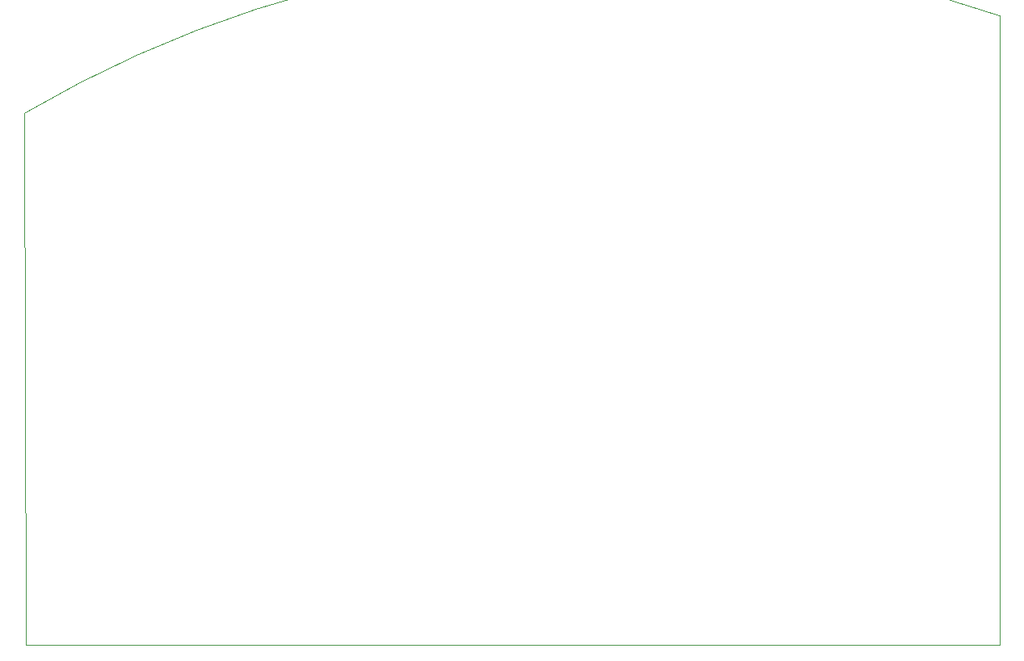
<source format=gbr>
%TF.GenerationSoftware,KiCad,Pcbnew,(5.1.10)-1*%
%TF.CreationDate,2022-01-26T12:47:26+00:00*%
%TF.ProjectId,mike_pcb_control,6d696b65-5f70-4636-925f-636f6e74726f,rev?*%
%TF.SameCoordinates,Original*%
%TF.FileFunction,Profile,NP*%
%FSLAX46Y46*%
G04 Gerber Fmt 4.6, Leading zero omitted, Abs format (unit mm)*
G04 Created by KiCad (PCBNEW (5.1.10)-1) date 2022-01-26 12:47:26*
%MOMM*%
%LPD*%
G01*
G04 APERTURE LIST*
%TA.AperFunction,Profile*%
%ADD10C,0.050000*%
%TD*%
G04 APERTURE END LIST*
D10*
X84110990Y-10072411D02*
G75*
G02*
X186279999Y139999I62169010J-105787589D01*
G01*
X186280000Y-65860000D02*
X186279999Y139999D01*
X84280000Y-65860000D02*
X186280000Y-65860000D01*
X84110990Y-10072412D02*
X84280000Y-65860000D01*
M02*

</source>
